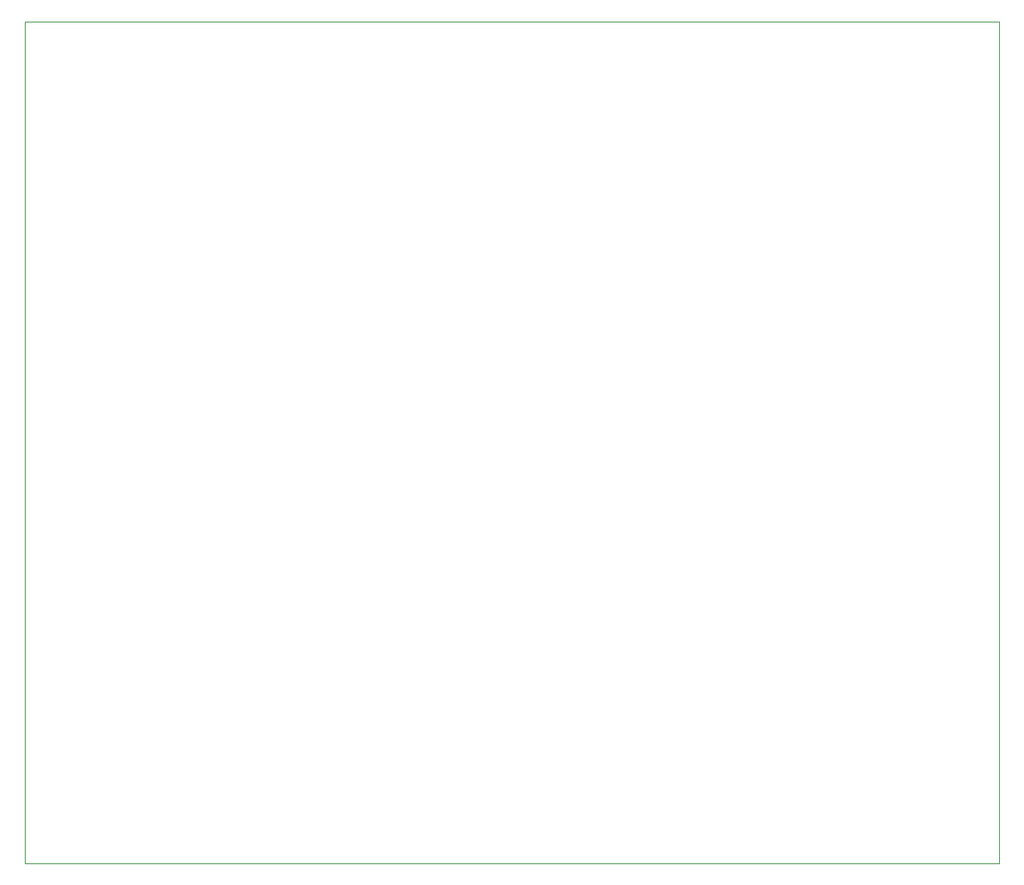
<source format=gbr>
%TF.GenerationSoftware,KiCad,Pcbnew,8.0.6-8.0.6-0~ubuntu24.04.1*%
%TF.CreationDate,2025-10-06T12:03:21-04:00*%
%TF.ProjectId,sweet-p,73776565-742d-4702-9e6b-696361645f70,rev?*%
%TF.SameCoordinates,Original*%
%TF.FileFunction,Profile,NP*%
%FSLAX46Y46*%
G04 Gerber Fmt 4.6, Leading zero omitted, Abs format (unit mm)*
G04 Created by KiCad (PCBNEW 8.0.6-8.0.6-0~ubuntu24.04.1) date 2025-10-06 12:03:21*
%MOMM*%
%LPD*%
G01*
G04 APERTURE LIST*
%TA.AperFunction,Profile*%
%ADD10C,0.100000*%
%TD*%
G04 APERTURE END LIST*
D10*
X63150000Y-34100000D02*
X166000000Y-34100000D01*
X166000000Y-123000000D01*
X63150000Y-123000000D01*
X63150000Y-34100000D01*
M02*

</source>
